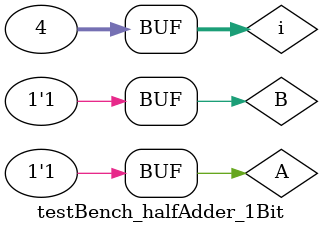
<source format=sv>
module testBench_halfAdder_1Bit();
  // input and output declaration
  reg A, B;
  wire carry, sum;
  integer i;  // i should be an integer

  // instantiation
  halfAdder_1Bit HA(.sum(sum), .carry(carry), .A(A), .B(B));

  // test cases
  initial begin
     $dumpfile("dump.vcd");  // Specify the dump file name
    $dumpvars(1, testBench_halfAdder_1Bit);  // Dump all variables in the testbench
    
    $monitor($time, " A=%b, B=%b, sum=%b, carry=%b", A, B, sum, carry);
    
    for (i = 0; i < 4; i = i + 1) begin
      {A, B} = i;  // assign binary combinations of A and B
      #10;         // wait for 10 time units
    end
  end
endmodule

</source>
